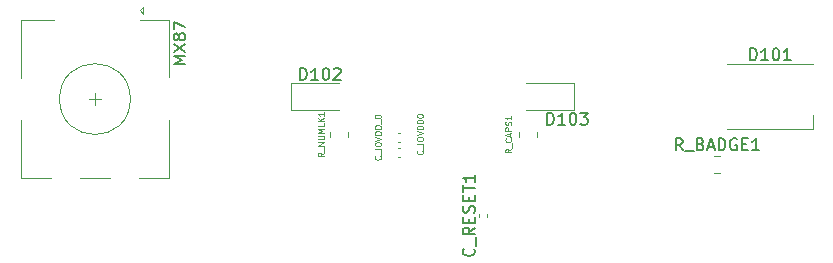
<source format=gbr>
%TF.GenerationSoftware,KiCad,Pcbnew,6.0.6*%
%TF.CreationDate,2022-08-18T10:54:51-04:00*%
%TF.ProjectId,Workeeb,576f726b-6565-4622-9e6b-696361645f70,rev?*%
%TF.SameCoordinates,Original*%
%TF.FileFunction,Legend,Top*%
%TF.FilePolarity,Positive*%
%FSLAX46Y46*%
G04 Gerber Fmt 4.6, Leading zero omitted, Abs format (unit mm)*
G04 Created by KiCad (PCBNEW 6.0.6) date 2022-08-18 10:54:51*
%MOMM*%
%LPD*%
G01*
G04 APERTURE LIST*
%ADD10C,0.150000*%
%ADD11C,0.076200*%
%ADD12C,0.120000*%
G04 APERTURE END LIST*
D10*
%TO.C,R_BADGE1*%
X409313428Y-37918380D02*
X408980095Y-37442190D01*
X408742000Y-37918380D02*
X408742000Y-36918380D01*
X409122952Y-36918380D01*
X409218190Y-36966000D01*
X409265809Y-37013619D01*
X409313428Y-37108857D01*
X409313428Y-37251714D01*
X409265809Y-37346952D01*
X409218190Y-37394571D01*
X409122952Y-37442190D01*
X408742000Y-37442190D01*
X409503904Y-38013619D02*
X410265809Y-38013619D01*
X410837238Y-37394571D02*
X410980095Y-37442190D01*
X411027714Y-37489809D01*
X411075333Y-37585047D01*
X411075333Y-37727904D01*
X411027714Y-37823142D01*
X410980095Y-37870761D01*
X410884857Y-37918380D01*
X410503904Y-37918380D01*
X410503904Y-36918380D01*
X410837238Y-36918380D01*
X410932476Y-36966000D01*
X410980095Y-37013619D01*
X411027714Y-37108857D01*
X411027714Y-37204095D01*
X410980095Y-37299333D01*
X410932476Y-37346952D01*
X410837238Y-37394571D01*
X410503904Y-37394571D01*
X411456285Y-37632666D02*
X411932476Y-37632666D01*
X411361047Y-37918380D02*
X411694380Y-36918380D01*
X412027714Y-37918380D01*
X412361047Y-37918380D02*
X412361047Y-36918380D01*
X412599142Y-36918380D01*
X412742000Y-36966000D01*
X412837238Y-37061238D01*
X412884857Y-37156476D01*
X412932476Y-37346952D01*
X412932476Y-37489809D01*
X412884857Y-37680285D01*
X412837238Y-37775523D01*
X412742000Y-37870761D01*
X412599142Y-37918380D01*
X412361047Y-37918380D01*
X413884857Y-36966000D02*
X413789619Y-36918380D01*
X413646761Y-36918380D01*
X413503904Y-36966000D01*
X413408666Y-37061238D01*
X413361047Y-37156476D01*
X413313428Y-37346952D01*
X413313428Y-37489809D01*
X413361047Y-37680285D01*
X413408666Y-37775523D01*
X413503904Y-37870761D01*
X413646761Y-37918380D01*
X413742000Y-37918380D01*
X413884857Y-37870761D01*
X413932476Y-37823142D01*
X413932476Y-37489809D01*
X413742000Y-37489809D01*
X414361047Y-37394571D02*
X414694380Y-37394571D01*
X414837238Y-37918380D02*
X414361047Y-37918380D01*
X414361047Y-36918380D01*
X414837238Y-36918380D01*
X415789619Y-37918380D02*
X415218190Y-37918380D01*
X415503904Y-37918380D02*
X415503904Y-36918380D01*
X415408666Y-37061238D01*
X415313428Y-37156476D01*
X415218190Y-37204095D01*
%TO.C,MX87*%
X367221130Y-30649404D02*
X366221130Y-30649404D01*
X366935416Y-30316071D01*
X366221130Y-29982738D01*
X367221130Y-29982738D01*
X366221130Y-29601785D02*
X367221130Y-28935119D01*
X366221130Y-28935119D02*
X367221130Y-29601785D01*
X366649702Y-28411309D02*
X366602083Y-28506547D01*
X366554464Y-28554166D01*
X366459226Y-28601785D01*
X366411607Y-28601785D01*
X366316369Y-28554166D01*
X366268750Y-28506547D01*
X366221130Y-28411309D01*
X366221130Y-28220833D01*
X366268750Y-28125595D01*
X366316369Y-28077976D01*
X366411607Y-28030357D01*
X366459226Y-28030357D01*
X366554464Y-28077976D01*
X366602083Y-28125595D01*
X366649702Y-28220833D01*
X366649702Y-28411309D01*
X366697321Y-28506547D01*
X366744940Y-28554166D01*
X366840178Y-28601785D01*
X367030654Y-28601785D01*
X367125892Y-28554166D01*
X367173511Y-28506547D01*
X367221130Y-28411309D01*
X367221130Y-28220833D01*
X367173511Y-28125595D01*
X367125892Y-28077976D01*
X367030654Y-28030357D01*
X366840178Y-28030357D01*
X366744940Y-28077976D01*
X366697321Y-28125595D01*
X366649702Y-28220833D01*
X366221130Y-27697023D02*
X366221130Y-27030357D01*
X367221130Y-27458928D01*
%TO.C,D101*%
X415028273Y-30289880D02*
X415028273Y-29289880D01*
X415266369Y-29289880D01*
X415409226Y-29337500D01*
X415504464Y-29432738D01*
X415552083Y-29527976D01*
X415599702Y-29718452D01*
X415599702Y-29861309D01*
X415552083Y-30051785D01*
X415504464Y-30147023D01*
X415409226Y-30242261D01*
X415266369Y-30289880D01*
X415028273Y-30289880D01*
X416552083Y-30289880D02*
X415980654Y-30289880D01*
X416266369Y-30289880D02*
X416266369Y-29289880D01*
X416171130Y-29432738D01*
X416075892Y-29527976D01*
X415980654Y-29575595D01*
X417171130Y-29289880D02*
X417266369Y-29289880D01*
X417361607Y-29337500D01*
X417409226Y-29385119D01*
X417456845Y-29480357D01*
X417504464Y-29670833D01*
X417504464Y-29908928D01*
X417456845Y-30099404D01*
X417409226Y-30194642D01*
X417361607Y-30242261D01*
X417266369Y-30289880D01*
X417171130Y-30289880D01*
X417075892Y-30242261D01*
X417028273Y-30194642D01*
X416980654Y-30099404D01*
X416933035Y-29908928D01*
X416933035Y-29670833D01*
X416980654Y-29480357D01*
X417028273Y-29385119D01*
X417075892Y-29337500D01*
X417171130Y-29289880D01*
X418456845Y-30289880D02*
X417885416Y-30289880D01*
X418171130Y-30289880D02*
X418171130Y-29289880D01*
X418075892Y-29432738D01*
X417980654Y-29527976D01*
X417885416Y-29575595D01*
D11*
%TO.C,R_CAPS1*%
X394819825Y-37821809D02*
X394577920Y-37991142D01*
X394819825Y-38112095D02*
X394311825Y-38112095D01*
X394311825Y-37918571D01*
X394336016Y-37870190D01*
X394360206Y-37846000D01*
X394408587Y-37821809D01*
X394481158Y-37821809D01*
X394529539Y-37846000D01*
X394553730Y-37870190D01*
X394577920Y-37918571D01*
X394577920Y-38112095D01*
X394868206Y-37725047D02*
X394868206Y-37338000D01*
X394771444Y-36926761D02*
X394795635Y-36950952D01*
X394819825Y-37023523D01*
X394819825Y-37071904D01*
X394795635Y-37144476D01*
X394747254Y-37192857D01*
X394698873Y-37217047D01*
X394602111Y-37241238D01*
X394529539Y-37241238D01*
X394432777Y-37217047D01*
X394384396Y-37192857D01*
X394336016Y-37144476D01*
X394311825Y-37071904D01*
X394311825Y-37023523D01*
X394336016Y-36950952D01*
X394360206Y-36926761D01*
X394674682Y-36733238D02*
X394674682Y-36491333D01*
X394819825Y-36781619D02*
X394311825Y-36612285D01*
X394819825Y-36442952D01*
X394819825Y-36273619D02*
X394311825Y-36273619D01*
X394311825Y-36080095D01*
X394336016Y-36031714D01*
X394360206Y-36007523D01*
X394408587Y-35983333D01*
X394481158Y-35983333D01*
X394529539Y-36007523D01*
X394553730Y-36031714D01*
X394577920Y-36080095D01*
X394577920Y-36273619D01*
X394795635Y-35789809D02*
X394819825Y-35717238D01*
X394819825Y-35596285D01*
X394795635Y-35547904D01*
X394771444Y-35523714D01*
X394723063Y-35499523D01*
X394674682Y-35499523D01*
X394626301Y-35523714D01*
X394602111Y-35547904D01*
X394577920Y-35596285D01*
X394553730Y-35693047D01*
X394529539Y-35741428D01*
X394505349Y-35765619D01*
X394456968Y-35789809D01*
X394408587Y-35789809D01*
X394360206Y-35765619D01*
X394336016Y-35741428D01*
X394311825Y-35693047D01*
X394311825Y-35572095D01*
X394336016Y-35499523D01*
X394819825Y-35015714D02*
X394819825Y-35306000D01*
X394819825Y-35160857D02*
X394311825Y-35160857D01*
X394384396Y-35209238D01*
X394432777Y-35257619D01*
X394456968Y-35306000D01*
D10*
%TO.C,C_RESET1*%
X391627142Y-46243523D02*
X391674761Y-46291142D01*
X391722380Y-46434000D01*
X391722380Y-46529238D01*
X391674761Y-46672095D01*
X391579523Y-46767333D01*
X391484285Y-46814952D01*
X391293809Y-46862571D01*
X391150952Y-46862571D01*
X390960476Y-46814952D01*
X390865238Y-46767333D01*
X390770000Y-46672095D01*
X390722380Y-46529238D01*
X390722380Y-46434000D01*
X390770000Y-46291142D01*
X390817619Y-46243523D01*
X391817619Y-46053047D02*
X391817619Y-45291142D01*
X391722380Y-44481619D02*
X391246190Y-44814952D01*
X391722380Y-45053047D02*
X390722380Y-45053047D01*
X390722380Y-44672095D01*
X390770000Y-44576857D01*
X390817619Y-44529238D01*
X390912857Y-44481619D01*
X391055714Y-44481619D01*
X391150952Y-44529238D01*
X391198571Y-44576857D01*
X391246190Y-44672095D01*
X391246190Y-45053047D01*
X391198571Y-44053047D02*
X391198571Y-43719714D01*
X391722380Y-43576857D02*
X391722380Y-44053047D01*
X390722380Y-44053047D01*
X390722380Y-43576857D01*
X391674761Y-43195904D02*
X391722380Y-43053047D01*
X391722380Y-42814952D01*
X391674761Y-42719714D01*
X391627142Y-42672095D01*
X391531904Y-42624476D01*
X391436666Y-42624476D01*
X391341428Y-42672095D01*
X391293809Y-42719714D01*
X391246190Y-42814952D01*
X391198571Y-43005428D01*
X391150952Y-43100666D01*
X391103333Y-43148285D01*
X391008095Y-43195904D01*
X390912857Y-43195904D01*
X390817619Y-43148285D01*
X390770000Y-43100666D01*
X390722380Y-43005428D01*
X390722380Y-42767333D01*
X390770000Y-42624476D01*
X391198571Y-42195904D02*
X391198571Y-41862571D01*
X391722380Y-41719714D02*
X391722380Y-42195904D01*
X390722380Y-42195904D01*
X390722380Y-41719714D01*
X390722380Y-41434000D02*
X390722380Y-40862571D01*
X391722380Y-41148285D02*
X390722380Y-41148285D01*
X391722380Y-40005428D02*
X391722380Y-40576857D01*
X391722380Y-40291142D02*
X390722380Y-40291142D01*
X390865238Y-40386380D01*
X390960476Y-40481619D01*
X391008095Y-40576857D01*
%TO.C,D102*%
X376928273Y-31969880D02*
X376928273Y-30969880D01*
X377166369Y-30969880D01*
X377309226Y-31017500D01*
X377404464Y-31112738D01*
X377452083Y-31207976D01*
X377499702Y-31398452D01*
X377499702Y-31541309D01*
X377452083Y-31731785D01*
X377404464Y-31827023D01*
X377309226Y-31922261D01*
X377166369Y-31969880D01*
X376928273Y-31969880D01*
X378452083Y-31969880D02*
X377880654Y-31969880D01*
X378166369Y-31969880D02*
X378166369Y-30969880D01*
X378071130Y-31112738D01*
X377975892Y-31207976D01*
X377880654Y-31255595D01*
X379071130Y-30969880D02*
X379166369Y-30969880D01*
X379261607Y-31017500D01*
X379309226Y-31065119D01*
X379356845Y-31160357D01*
X379404464Y-31350833D01*
X379404464Y-31588928D01*
X379356845Y-31779404D01*
X379309226Y-31874642D01*
X379261607Y-31922261D01*
X379166369Y-31969880D01*
X379071130Y-31969880D01*
X378975892Y-31922261D01*
X378928273Y-31874642D01*
X378880654Y-31779404D01*
X378833035Y-31588928D01*
X378833035Y-31350833D01*
X378880654Y-31160357D01*
X378928273Y-31065119D01*
X378975892Y-31017500D01*
X379071130Y-30969880D01*
X379785416Y-31065119D02*
X379833035Y-31017500D01*
X379928273Y-30969880D01*
X380166369Y-30969880D01*
X380261607Y-31017500D01*
X380309226Y-31065119D01*
X380356845Y-31160357D01*
X380356845Y-31255595D01*
X380309226Y-31398452D01*
X379737797Y-31969880D01*
X380356845Y-31969880D01*
D11*
%TO.C,R_NUMLK1*%
X378943809Y-38136285D02*
X378701904Y-38305619D01*
X378943809Y-38426571D02*
X378435809Y-38426571D01*
X378435809Y-38233047D01*
X378460000Y-38184666D01*
X378484190Y-38160476D01*
X378532571Y-38136285D01*
X378605142Y-38136285D01*
X378653523Y-38160476D01*
X378677714Y-38184666D01*
X378701904Y-38233047D01*
X378701904Y-38426571D01*
X378992190Y-38039523D02*
X378992190Y-37652476D01*
X378943809Y-37531523D02*
X378435809Y-37531523D01*
X378943809Y-37241238D01*
X378435809Y-37241238D01*
X378435809Y-36999333D02*
X378847047Y-36999333D01*
X378895428Y-36975142D01*
X378919619Y-36950952D01*
X378943809Y-36902571D01*
X378943809Y-36805809D01*
X378919619Y-36757428D01*
X378895428Y-36733238D01*
X378847047Y-36709047D01*
X378435809Y-36709047D01*
X378943809Y-36467142D02*
X378435809Y-36467142D01*
X378798666Y-36297809D01*
X378435809Y-36128476D01*
X378943809Y-36128476D01*
X378943809Y-35644666D02*
X378943809Y-35886571D01*
X378435809Y-35886571D01*
X378943809Y-35475333D02*
X378435809Y-35475333D01*
X378943809Y-35185047D02*
X378653523Y-35402761D01*
X378435809Y-35185047D02*
X378726095Y-35475333D01*
X378943809Y-34701238D02*
X378943809Y-34991523D01*
X378943809Y-34846380D02*
X378435809Y-34846380D01*
X378508380Y-34894761D01*
X378556761Y-34943142D01*
X378580952Y-34991523D01*
D10*
%TO.C,D103*%
X397851523Y-35758380D02*
X397851523Y-34758380D01*
X398089619Y-34758380D01*
X398232476Y-34806000D01*
X398327714Y-34901238D01*
X398375333Y-34996476D01*
X398422952Y-35186952D01*
X398422952Y-35329809D01*
X398375333Y-35520285D01*
X398327714Y-35615523D01*
X398232476Y-35710761D01*
X398089619Y-35758380D01*
X397851523Y-35758380D01*
X399375333Y-35758380D02*
X398803904Y-35758380D01*
X399089619Y-35758380D02*
X399089619Y-34758380D01*
X398994380Y-34901238D01*
X398899142Y-34996476D01*
X398803904Y-35044095D01*
X399994380Y-34758380D02*
X400089619Y-34758380D01*
X400184857Y-34806000D01*
X400232476Y-34853619D01*
X400280095Y-34948857D01*
X400327714Y-35139333D01*
X400327714Y-35377428D01*
X400280095Y-35567904D01*
X400232476Y-35663142D01*
X400184857Y-35710761D01*
X400089619Y-35758380D01*
X399994380Y-35758380D01*
X399899142Y-35710761D01*
X399851523Y-35663142D01*
X399803904Y-35567904D01*
X399756285Y-35377428D01*
X399756285Y-35139333D01*
X399803904Y-34948857D01*
X399851523Y-34853619D01*
X399899142Y-34806000D01*
X399994380Y-34758380D01*
X400661047Y-34758380D02*
X401280095Y-34758380D01*
X400946761Y-35139333D01*
X401089619Y-35139333D01*
X401184857Y-35186952D01*
X401232476Y-35234571D01*
X401280095Y-35329809D01*
X401280095Y-35567904D01*
X401232476Y-35663142D01*
X401184857Y-35710761D01*
X401089619Y-35758380D01*
X400803904Y-35758380D01*
X400708666Y-35710761D01*
X400661047Y-35663142D01*
D11*
%TO.C,C_IOVDD0*%
X387277428Y-37966952D02*
X387301619Y-37991142D01*
X387325809Y-38063714D01*
X387325809Y-38112095D01*
X387301619Y-38184666D01*
X387253238Y-38233047D01*
X387204857Y-38257238D01*
X387108095Y-38281428D01*
X387035523Y-38281428D01*
X386938761Y-38257238D01*
X386890380Y-38233047D01*
X386842000Y-38184666D01*
X386817809Y-38112095D01*
X386817809Y-38063714D01*
X386842000Y-37991142D01*
X386866190Y-37966952D01*
X387374190Y-37870190D02*
X387374190Y-37483142D01*
X387325809Y-37362190D02*
X386817809Y-37362190D01*
X386817809Y-37023523D02*
X386817809Y-36926761D01*
X386842000Y-36878380D01*
X386890380Y-36830000D01*
X386987142Y-36805809D01*
X387156476Y-36805809D01*
X387253238Y-36830000D01*
X387301619Y-36878380D01*
X387325809Y-36926761D01*
X387325809Y-37023523D01*
X387301619Y-37071904D01*
X387253238Y-37120285D01*
X387156476Y-37144476D01*
X386987142Y-37144476D01*
X386890380Y-37120285D01*
X386842000Y-37071904D01*
X386817809Y-37023523D01*
X386817809Y-36660666D02*
X387325809Y-36491333D01*
X386817809Y-36322000D01*
X387325809Y-36152666D02*
X386817809Y-36152666D01*
X386817809Y-36031714D01*
X386842000Y-35959142D01*
X386890380Y-35910761D01*
X386938761Y-35886571D01*
X387035523Y-35862380D01*
X387108095Y-35862380D01*
X387204857Y-35886571D01*
X387253238Y-35910761D01*
X387301619Y-35959142D01*
X387325809Y-36031714D01*
X387325809Y-36152666D01*
X387325809Y-35644666D02*
X386817809Y-35644666D01*
X386817809Y-35523714D01*
X386842000Y-35451142D01*
X386890380Y-35402761D01*
X386938761Y-35378571D01*
X387035523Y-35354380D01*
X387108095Y-35354380D01*
X387204857Y-35378571D01*
X387253238Y-35402761D01*
X387301619Y-35451142D01*
X387325809Y-35523714D01*
X387325809Y-35644666D01*
X386817809Y-35039904D02*
X386817809Y-34991523D01*
X386842000Y-34943142D01*
X386866190Y-34918952D01*
X386914571Y-34894761D01*
X387011333Y-34870571D01*
X387132285Y-34870571D01*
X387229047Y-34894761D01*
X387277428Y-34918952D01*
X387301619Y-34943142D01*
X387325809Y-34991523D01*
X387325809Y-35039904D01*
X387301619Y-35088285D01*
X387277428Y-35112476D01*
X387229047Y-35136666D01*
X387132285Y-35160857D01*
X387011333Y-35160857D01*
X386914571Y-35136666D01*
X386866190Y-35112476D01*
X386842000Y-35088285D01*
X386817809Y-35039904D01*
%TO.C,C_IOVDD_0*%
X383721428Y-38414476D02*
X383745619Y-38438666D01*
X383769809Y-38511238D01*
X383769809Y-38559619D01*
X383745619Y-38632190D01*
X383697238Y-38680571D01*
X383648857Y-38704761D01*
X383552095Y-38728952D01*
X383479523Y-38728952D01*
X383382761Y-38704761D01*
X383334380Y-38680571D01*
X383286000Y-38632190D01*
X383261809Y-38559619D01*
X383261809Y-38511238D01*
X383286000Y-38438666D01*
X383310190Y-38414476D01*
X383818190Y-38317714D02*
X383818190Y-37930666D01*
X383769809Y-37809714D02*
X383261809Y-37809714D01*
X383261809Y-37471047D02*
X383261809Y-37374285D01*
X383286000Y-37325904D01*
X383334380Y-37277523D01*
X383431142Y-37253333D01*
X383600476Y-37253333D01*
X383697238Y-37277523D01*
X383745619Y-37325904D01*
X383769809Y-37374285D01*
X383769809Y-37471047D01*
X383745619Y-37519428D01*
X383697238Y-37567809D01*
X383600476Y-37592000D01*
X383431142Y-37592000D01*
X383334380Y-37567809D01*
X383286000Y-37519428D01*
X383261809Y-37471047D01*
X383261809Y-37108190D02*
X383769809Y-36938857D01*
X383261809Y-36769523D01*
X383769809Y-36600190D02*
X383261809Y-36600190D01*
X383261809Y-36479238D01*
X383286000Y-36406666D01*
X383334380Y-36358285D01*
X383382761Y-36334095D01*
X383479523Y-36309904D01*
X383552095Y-36309904D01*
X383648857Y-36334095D01*
X383697238Y-36358285D01*
X383745619Y-36406666D01*
X383769809Y-36479238D01*
X383769809Y-36600190D01*
X383769809Y-36092190D02*
X383261809Y-36092190D01*
X383261809Y-35971238D01*
X383286000Y-35898666D01*
X383334380Y-35850285D01*
X383382761Y-35826095D01*
X383479523Y-35801904D01*
X383552095Y-35801904D01*
X383648857Y-35826095D01*
X383697238Y-35850285D01*
X383745619Y-35898666D01*
X383769809Y-35971238D01*
X383769809Y-36092190D01*
X383818190Y-35705142D02*
X383818190Y-35318095D01*
X383261809Y-35100380D02*
X383261809Y-35052000D01*
X383286000Y-35003619D01*
X383310190Y-34979428D01*
X383358571Y-34955238D01*
X383455333Y-34931047D01*
X383576285Y-34931047D01*
X383673047Y-34955238D01*
X383721428Y-34979428D01*
X383745619Y-35003619D01*
X383769809Y-35052000D01*
X383769809Y-35100380D01*
X383745619Y-35148761D01*
X383721428Y-35172952D01*
X383673047Y-35197142D01*
X383576285Y-35221333D01*
X383455333Y-35221333D01*
X383358571Y-35197142D01*
X383310190Y-35172952D01*
X383286000Y-35148761D01*
X383261809Y-35100380D01*
D12*
%TO.C,R_BADGE1*%
X412014936Y-38381000D02*
X412469064Y-38381000D01*
X412014936Y-39851000D02*
X412469064Y-39851000D01*
%TO.C,MX87*%
X365868750Y-31687500D02*
X365868750Y-26887500D01*
X363668750Y-26387500D02*
X363368750Y-26087500D01*
X360068750Y-33587500D02*
X359068750Y-33587500D01*
X363368750Y-26087500D02*
X363668750Y-25787500D01*
X353268750Y-31787500D02*
X353268750Y-26887500D01*
X363668750Y-25787500D02*
X363668750Y-26387500D01*
X365868750Y-40287500D02*
X363268750Y-40287500D01*
X353268750Y-40287500D02*
X353268750Y-35387500D01*
X359568750Y-33087500D02*
X359568750Y-34087500D01*
X353268750Y-26887500D02*
X356068750Y-26887500D01*
X355868750Y-40287500D02*
X353268750Y-40287500D01*
X360868750Y-40287500D02*
X358268750Y-40287500D01*
X365868750Y-35387500D02*
X365868750Y-40287500D01*
X365868750Y-26887500D02*
X363368750Y-26887500D01*
X362568750Y-33587500D02*
G75*
G03*
X362568750Y-33587500I-3000000J0D01*
G01*
%TO.C,D101*%
X413068750Y-30587500D02*
X420368750Y-30587500D01*
X420368750Y-36087500D02*
X420368750Y-34937500D01*
X413068750Y-36087500D02*
X420368750Y-36087500D01*
%TO.C,R_CAPS1*%
X396975000Y-36803064D02*
X396975000Y-36348936D01*
X395505000Y-36803064D02*
X395505000Y-36348936D01*
%TO.C,C_RESET1*%
X392790000Y-43541836D02*
X392790000Y-43326164D01*
X392070000Y-43541836D02*
X392070000Y-43326164D01*
%TO.C,D102*%
X380218750Y-32202500D02*
X376158750Y-32202500D01*
X376158750Y-32202500D02*
X376158750Y-34472500D01*
X376158750Y-34472500D02*
X380218750Y-34472500D01*
%TO.C,R_NUMLK1*%
X380973000Y-36803064D02*
X380973000Y-36348936D01*
X379503000Y-36803064D02*
X379503000Y-36348936D01*
%TO.C,D103*%
X396068750Y-34472500D02*
X400128750Y-34472500D01*
X400128750Y-32202500D02*
X396068750Y-32202500D01*
X400128750Y-34472500D02*
X400128750Y-32202500D01*
%TO.C,C_IOVDD0*%
X385425836Y-36470000D02*
X385210164Y-36470000D01*
X385425836Y-37190000D02*
X385210164Y-37190000D01*
%TO.C,C_IOVDD_0*%
X385425836Y-37740000D02*
X385210164Y-37740000D01*
X385425836Y-38460000D02*
X385210164Y-38460000D01*
%TD*%
M02*

</source>
